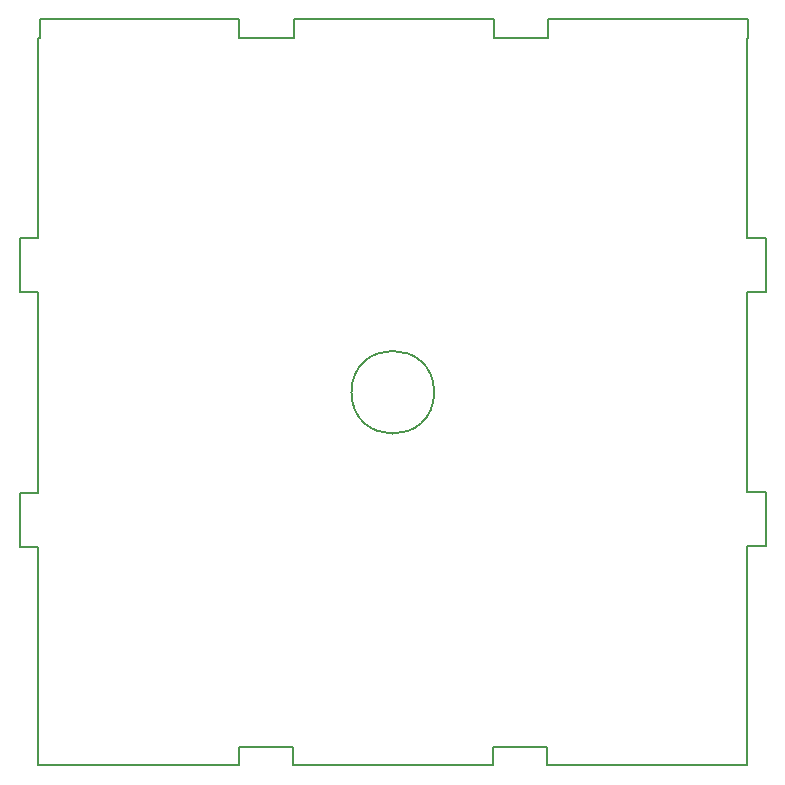
<source format=gbr>
G04 #@! TF.GenerationSoftware,KiCad,Pcbnew,(5.1.2-1)-1*
G04 #@! TF.CreationDate,2019-05-14T22:34:36-07:00*
G04 #@! TF.ProjectId,dice,64696365-2e6b-4696-9361-645f70636258,rev?*
G04 #@! TF.SameCoordinates,Original*
G04 #@! TF.FileFunction,Profile,NP*
%FSLAX46Y46*%
G04 Gerber Fmt 4.6, Leading zero omitted, Abs format (unit mm)*
G04 Created by KiCad (PCBNEW (5.1.2-1)-1) date 2019-05-14 22:34:36*
%MOMM*%
%LPD*%
G04 APERTURE LIST*
%ADD10C,0.200000*%
G04 APERTURE END LIST*
D10*
X73349028Y-106311728D02*
X71779028Y-106311728D01*
X71779028Y-123272728D02*
X71779028Y-127841728D01*
X71779028Y-101742728D02*
X71779028Y-106311728D01*
X106850825Y-114781001D02*
G75*
G03X106850825Y-114781001I-3500000J0D01*
G01*
X90370230Y-84781728D02*
X94969443Y-84781728D01*
X94969443Y-83211728D02*
X94969443Y-84781728D01*
X116499443Y-83211728D02*
X133430230Y-83211728D01*
X90370230Y-83211728D02*
X90370230Y-84781728D01*
X134919028Y-106290728D02*
X133349028Y-106290728D01*
X133349028Y-106290728D02*
X133349028Y-123251728D01*
X73439443Y-83211728D02*
X90370230Y-83211728D01*
X134919028Y-101721728D02*
X133349028Y-101721728D01*
X134919028Y-101721728D02*
X134919028Y-106290728D01*
X73349028Y-101742728D02*
X71779028Y-101742728D01*
X73349028Y-84781728D02*
X73349028Y-101742728D01*
X134919028Y-123251728D02*
X133349028Y-123251728D01*
X134919028Y-123251728D02*
X134919028Y-127820728D01*
X116419213Y-146349999D02*
X133350000Y-146349999D01*
X116419213Y-144780000D02*
X116419213Y-146349999D01*
X90290000Y-144780000D02*
X94889213Y-144780000D01*
X90290000Y-144780000D02*
X90290000Y-146349999D01*
X111820000Y-144780000D02*
X116419213Y-144780000D01*
X111820000Y-144780000D02*
X111820000Y-146349999D01*
X111900230Y-84781728D02*
X116499443Y-84781728D01*
X73349028Y-127841728D02*
X71779028Y-127841728D01*
X73349028Y-84781728D02*
X73439443Y-84781728D01*
X73349028Y-146349999D02*
X90290000Y-146349999D01*
X73349028Y-127841728D02*
X73349028Y-146349999D01*
X73439443Y-83211728D02*
X73439443Y-84781728D01*
X94889213Y-146349999D02*
X111820000Y-146349999D01*
X94889213Y-144780000D02*
X94889213Y-146349999D01*
X134919028Y-127820728D02*
X133349028Y-127820728D01*
X133349028Y-127820728D02*
X133349028Y-144780000D01*
X133349028Y-84781728D02*
X133349028Y-101721728D01*
X94969443Y-83211728D02*
X111900230Y-83211728D01*
X73349028Y-106311728D02*
X73349028Y-123272728D01*
X111900230Y-83211728D02*
X111900230Y-84781728D01*
X133349028Y-84781728D02*
X133430230Y-84781728D01*
X73349028Y-123272728D02*
X71779028Y-123272728D01*
X116499443Y-83211728D02*
X116499443Y-84781728D01*
X133430230Y-83211728D02*
X133430230Y-84781728D01*
X133349028Y-144780000D02*
X133350000Y-144780000D01*
X133350000Y-144780000D02*
X133350000Y-146349999D01*
M02*

</source>
